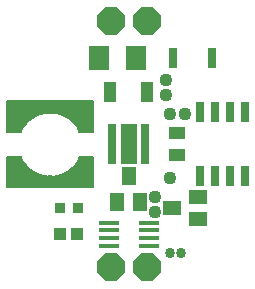
<source format=gts>
G75*
%MOIN*%
%OFA0B0*%
%FSLAX25Y25*%
%IPPOS*%
%LPD*%
%AMOC8*
5,1,8,0,0,1.08239X$1,22.5*
%
%ADD10R,0.05718X0.04143*%
%ADD11R,0.02765X0.06506*%
%ADD12R,0.04537X0.06112*%
%ADD13R,0.02569X0.13592*%
%ADD14R,0.05718X0.13592*%
%ADD15OC8,0.09200*%
%ADD16R,0.05600X0.05600*%
%ADD17C,0.00500*%
%ADD18C,0.00160*%
%ADD19R,0.06899X0.08080*%
%ADD20R,0.04143X0.06899*%
%ADD21R,0.06899X0.01781*%
%ADD22R,0.04340X0.04340*%
%ADD23R,0.03750X0.03750*%
%ADD24R,0.06112X0.04537*%
%ADD25C,0.04362*%
%ADD26C,0.03378*%
D10*
X0072332Y0044110D03*
X0072332Y0051590D03*
D11*
X0079832Y0058480D03*
X0084832Y0058480D03*
X0089832Y0058480D03*
X0094832Y0058480D03*
X0083730Y0076600D03*
X0070935Y0076600D03*
X0079832Y0037220D03*
X0084832Y0037220D03*
X0089832Y0037220D03*
X0094832Y0037220D03*
D12*
X0059823Y0028519D03*
X0052342Y0028519D03*
X0056082Y0037181D03*
D13*
X0050571Y0047850D03*
X0061594Y0047850D03*
D14*
X0056082Y0047850D03*
D15*
X0050082Y0088850D03*
X0062082Y0088850D03*
X0062082Y0006850D03*
X0050082Y0006850D03*
D16*
X0018021Y0036039D03*
X0018021Y0059661D03*
D17*
X0015462Y0059680D02*
X0044202Y0059680D01*
X0044202Y0059182D02*
X0015462Y0059182D01*
X0015462Y0058683D02*
X0027759Y0058683D01*
X0027204Y0058680D02*
X0028526Y0058688D01*
X0029832Y0058480D01*
X0031131Y0058641D01*
X0032439Y0058597D01*
X0033724Y0058349D01*
X0034954Y0057903D01*
X0036099Y0057270D01*
X0037131Y0056466D01*
X0038025Y0055510D01*
X0038758Y0054426D01*
X0039313Y0053241D01*
X0039675Y0051984D01*
X0044202Y0051984D01*
X0044202Y0062220D01*
X0015462Y0062220D01*
X0015462Y0051984D01*
X0019990Y0051984D01*
X0020312Y0053267D01*
X0020840Y0054479D01*
X0021559Y0055589D01*
X0022452Y0056566D01*
X0023492Y0057383D01*
X0024652Y0058018D01*
X0025900Y0058454D01*
X0027204Y0058680D01*
X0028558Y0058683D02*
X0044202Y0058683D01*
X0044202Y0058185D02*
X0034177Y0058185D01*
X0035346Y0057686D02*
X0044202Y0057686D01*
X0044202Y0057188D02*
X0036205Y0057188D01*
X0036845Y0056689D02*
X0044202Y0056689D01*
X0044202Y0056191D02*
X0037389Y0056191D01*
X0037855Y0055692D02*
X0044202Y0055692D01*
X0044202Y0055194D02*
X0038239Y0055194D01*
X0038576Y0054695D02*
X0044202Y0054695D01*
X0044202Y0054197D02*
X0038866Y0054197D01*
X0039099Y0053698D02*
X0044202Y0053698D01*
X0044202Y0053200D02*
X0039325Y0053200D01*
X0039468Y0052701D02*
X0044202Y0052701D01*
X0044202Y0052203D02*
X0039612Y0052203D01*
X0044202Y0060179D02*
X0015462Y0060179D01*
X0015462Y0060677D02*
X0044202Y0060677D01*
X0044202Y0061176D02*
X0015462Y0061176D01*
X0015462Y0061674D02*
X0044202Y0061674D01*
X0044202Y0062173D02*
X0015462Y0062173D01*
X0015462Y0058185D02*
X0025130Y0058185D01*
X0024046Y0057686D02*
X0015462Y0057686D01*
X0015462Y0057188D02*
X0023244Y0057188D01*
X0022609Y0056689D02*
X0015462Y0056689D01*
X0015462Y0056191D02*
X0022109Y0056191D01*
X0021654Y0055692D02*
X0015462Y0055692D01*
X0015462Y0055194D02*
X0021303Y0055194D01*
X0020980Y0054695D02*
X0015462Y0054695D01*
X0015462Y0054197D02*
X0020717Y0054197D01*
X0020500Y0053698D02*
X0015462Y0053698D01*
X0015462Y0053200D02*
X0020295Y0053200D01*
X0020170Y0052701D02*
X0015462Y0052701D01*
X0015462Y0052203D02*
X0020045Y0052203D01*
X0019990Y0043716D02*
X0015462Y0043716D01*
X0015462Y0033480D01*
X0044202Y0033480D01*
X0044202Y0043716D01*
X0039675Y0043716D01*
X0039353Y0042433D01*
X0038825Y0041221D01*
X0038105Y0040111D01*
X0037213Y0039134D01*
X0036173Y0038317D01*
X0035013Y0037682D01*
X0033764Y0037246D01*
X0032461Y0037020D01*
X0031139Y0037012D01*
X0029832Y0037220D01*
X0028534Y0037059D01*
X0027226Y0037103D01*
X0025941Y0037351D01*
X0024711Y0037797D01*
X0023566Y0038430D01*
X0022534Y0039234D01*
X0021640Y0040190D01*
X0020907Y0041274D01*
X0020352Y0042459D01*
X0019990Y0043716D01*
X0020130Y0043229D02*
X0015462Y0043229D01*
X0015462Y0042731D02*
X0020274Y0042731D01*
X0020458Y0042232D02*
X0015462Y0042232D01*
X0015462Y0041734D02*
X0020691Y0041734D01*
X0020933Y0041235D02*
X0015462Y0041235D01*
X0015462Y0040737D02*
X0021270Y0040737D01*
X0021607Y0040238D02*
X0015462Y0040238D01*
X0015462Y0039740D02*
X0022061Y0039740D01*
X0022527Y0039241D02*
X0015462Y0039241D01*
X0015462Y0038743D02*
X0023164Y0038743D01*
X0023901Y0038244D02*
X0015462Y0038244D01*
X0015462Y0037746D02*
X0024852Y0037746D01*
X0026478Y0037247D02*
X0015462Y0037247D01*
X0015462Y0036749D02*
X0044202Y0036749D01*
X0044202Y0037247D02*
X0033768Y0037247D01*
X0035129Y0037746D02*
X0044202Y0037746D01*
X0044202Y0038244D02*
X0036039Y0038244D01*
X0036715Y0038743D02*
X0044202Y0038743D01*
X0044202Y0039241D02*
X0037311Y0039241D01*
X0037766Y0039740D02*
X0044202Y0039740D01*
X0044202Y0040238D02*
X0038188Y0040238D01*
X0038511Y0040737D02*
X0044202Y0040737D01*
X0044202Y0041235D02*
X0038831Y0041235D01*
X0039049Y0041734D02*
X0044202Y0041734D01*
X0044202Y0042232D02*
X0039266Y0042232D01*
X0039428Y0042731D02*
X0044202Y0042731D01*
X0044202Y0043229D02*
X0039553Y0043229D01*
X0044202Y0036250D02*
X0015462Y0036250D01*
X0015462Y0035752D02*
X0044202Y0035752D01*
X0044202Y0035253D02*
X0015462Y0035253D01*
X0015462Y0034755D02*
X0044202Y0034755D01*
X0044202Y0034256D02*
X0015462Y0034256D01*
X0015462Y0033758D02*
X0044202Y0033758D01*
D18*
X0040936Y0052493D02*
X0039609Y0051935D01*
X0039504Y0052173D01*
X0039392Y0052408D01*
X0039276Y0052640D01*
X0039153Y0052869D01*
X0039025Y0053095D01*
X0038891Y0053318D01*
X0038752Y0053538D01*
X0038608Y0053754D01*
X0038458Y0053967D01*
X0038304Y0054176D01*
X0038144Y0054381D01*
X0037979Y0054582D01*
X0037810Y0054779D01*
X0037636Y0054972D01*
X0037457Y0055160D01*
X0037273Y0055344D01*
X0037085Y0055524D01*
X0036893Y0055699D01*
X0036696Y0055869D01*
X0036496Y0056034D01*
X0036291Y0056195D01*
X0036083Y0056350D01*
X0035871Y0056500D01*
X0035655Y0056646D01*
X0035436Y0056785D01*
X0035214Y0056920D01*
X0034988Y0057048D01*
X0034759Y0057172D01*
X0034527Y0057290D01*
X0034293Y0057402D01*
X0034056Y0057508D01*
X0033816Y0057608D01*
X0033574Y0057703D01*
X0033329Y0057792D01*
X0033083Y0057874D01*
X0032835Y0057951D01*
X0032584Y0058021D01*
X0032333Y0058086D01*
X0032079Y0058144D01*
X0031825Y0058196D01*
X0031569Y0058242D01*
X0031312Y0058282D01*
X0031054Y0058315D01*
X0030795Y0058342D01*
X0030536Y0058363D01*
X0030277Y0058377D01*
X0030017Y0058385D01*
X0029757Y0058387D01*
X0029497Y0058382D01*
X0029238Y0058371D01*
X0028978Y0058354D01*
X0028719Y0058330D01*
X0028461Y0058300D01*
X0028204Y0058264D01*
X0027947Y0058222D01*
X0027692Y0058173D01*
X0027438Y0058118D01*
X0027185Y0058057D01*
X0026934Y0057990D01*
X0026685Y0057916D01*
X0026437Y0057837D01*
X0026192Y0057751D01*
X0025949Y0057660D01*
X0025707Y0057563D01*
X0025469Y0057460D01*
X0025233Y0057351D01*
X0025000Y0057236D01*
X0024769Y0057116D01*
X0024542Y0056990D01*
X0024318Y0056858D01*
X0024097Y0056722D01*
X0023879Y0056579D01*
X0023665Y0056432D01*
X0023455Y0056279D01*
X0023248Y0056122D01*
X0023045Y0055959D01*
X0022847Y0055791D01*
X0022652Y0055619D01*
X0022462Y0055442D01*
X0022276Y0055260D01*
X0022094Y0055074D01*
X0021918Y0054883D01*
X0021745Y0054689D01*
X0021578Y0054490D01*
X0021416Y0054287D01*
X0021258Y0054080D01*
X0021106Y0053869D01*
X0020959Y0053655D01*
X0020817Y0053437D01*
X0020681Y0053216D01*
X0020549Y0052992D01*
X0020424Y0052764D01*
X0020304Y0052533D01*
X0020190Y0052300D01*
X0020081Y0052064D01*
X0019978Y0051825D01*
X0018645Y0052368D01*
X0018761Y0052640D01*
X0018884Y0052908D01*
X0019014Y0053173D01*
X0019150Y0053435D01*
X0019292Y0053694D01*
X0019441Y0053949D01*
X0019596Y0054201D01*
X0019757Y0054448D01*
X0019924Y0054692D01*
X0020097Y0054931D01*
X0020275Y0055166D01*
X0020460Y0055397D01*
X0020650Y0055623D01*
X0020845Y0055844D01*
X0021046Y0056061D01*
X0021252Y0056272D01*
X0021463Y0056479D01*
X0021679Y0056680D01*
X0021900Y0056876D01*
X0022125Y0057067D01*
X0022355Y0057252D01*
X0022590Y0057431D01*
X0022829Y0057604D01*
X0023072Y0057772D01*
X0023319Y0057934D01*
X0023570Y0058089D01*
X0023825Y0058239D01*
X0024083Y0058382D01*
X0024345Y0058519D01*
X0024610Y0058649D01*
X0024878Y0058773D01*
X0025149Y0058890D01*
X0025423Y0059001D01*
X0025699Y0059105D01*
X0025978Y0059202D01*
X0026259Y0059292D01*
X0026542Y0059375D01*
X0026827Y0059452D01*
X0027114Y0059521D01*
X0027403Y0059584D01*
X0027693Y0059639D01*
X0027984Y0059687D01*
X0028277Y0059729D01*
X0028570Y0059763D01*
X0028864Y0059789D01*
X0029159Y0059809D01*
X0029454Y0059822D01*
X0029749Y0059827D01*
X0030044Y0059825D01*
X0030339Y0059816D01*
X0030634Y0059799D01*
X0030929Y0059776D01*
X0031222Y0059745D01*
X0031515Y0059707D01*
X0031807Y0059662D01*
X0032098Y0059610D01*
X0032387Y0059551D01*
X0032675Y0059485D01*
X0032961Y0059411D01*
X0033245Y0059331D01*
X0033527Y0059244D01*
X0033807Y0059150D01*
X0034084Y0059049D01*
X0034359Y0058942D01*
X0034632Y0058828D01*
X0034901Y0058707D01*
X0035168Y0058579D01*
X0035431Y0058446D01*
X0035691Y0058305D01*
X0035947Y0058159D01*
X0036200Y0058006D01*
X0036449Y0057847D01*
X0036694Y0057682D01*
X0036934Y0057512D01*
X0037171Y0057335D01*
X0037403Y0057153D01*
X0037631Y0056965D01*
X0037854Y0056771D01*
X0038072Y0056572D01*
X0038286Y0056368D01*
X0038494Y0056159D01*
X0038697Y0055945D01*
X0038895Y0055725D01*
X0039087Y0055501D01*
X0039274Y0055273D01*
X0039456Y0055040D01*
X0039631Y0054802D01*
X0039801Y0054561D01*
X0039965Y0054315D01*
X0040122Y0054065D01*
X0040274Y0053812D01*
X0040419Y0053555D01*
X0040558Y0053294D01*
X0040691Y0053031D01*
X0040817Y0052764D01*
X0040937Y0052494D01*
X0040797Y0052435D01*
X0040679Y0052702D01*
X0040555Y0052965D01*
X0040424Y0053226D01*
X0040286Y0053483D01*
X0040143Y0053737D01*
X0039993Y0053987D01*
X0039838Y0054234D01*
X0039676Y0054476D01*
X0039508Y0054715D01*
X0039335Y0054949D01*
X0039156Y0055179D01*
X0038971Y0055405D01*
X0038781Y0055626D01*
X0038586Y0055843D01*
X0038385Y0056054D01*
X0038180Y0056261D01*
X0037969Y0056462D01*
X0037753Y0056659D01*
X0037533Y0056850D01*
X0037308Y0057035D01*
X0037079Y0057215D01*
X0036845Y0057390D01*
X0036607Y0057558D01*
X0036365Y0057721D01*
X0036120Y0057878D01*
X0035870Y0058029D01*
X0035617Y0058174D01*
X0035360Y0058312D01*
X0035100Y0058444D01*
X0034837Y0058570D01*
X0034571Y0058689D01*
X0034302Y0058802D01*
X0034031Y0058908D01*
X0033757Y0059008D01*
X0033480Y0059100D01*
X0033202Y0059186D01*
X0032921Y0059266D01*
X0032639Y0059338D01*
X0032355Y0059403D01*
X0032069Y0059462D01*
X0031782Y0059513D01*
X0031494Y0059558D01*
X0031205Y0059595D01*
X0030915Y0059625D01*
X0030624Y0059649D01*
X0030333Y0059665D01*
X0030041Y0059674D01*
X0029750Y0059676D01*
X0029458Y0059671D01*
X0029167Y0059658D01*
X0028876Y0059639D01*
X0028586Y0059612D01*
X0028296Y0059579D01*
X0028007Y0059538D01*
X0027720Y0059490D01*
X0027433Y0059436D01*
X0027148Y0059374D01*
X0026865Y0059306D01*
X0026583Y0059230D01*
X0026304Y0059148D01*
X0026026Y0059059D01*
X0025751Y0058963D01*
X0025478Y0058860D01*
X0025207Y0058751D01*
X0024940Y0058635D01*
X0024675Y0058513D01*
X0024414Y0058384D01*
X0024155Y0058249D01*
X0023900Y0058108D01*
X0023649Y0057960D01*
X0023401Y0057807D01*
X0023157Y0057647D01*
X0022917Y0057482D01*
X0022681Y0057310D01*
X0022449Y0057133D01*
X0022222Y0056951D01*
X0021999Y0056762D01*
X0021781Y0056569D01*
X0021568Y0056370D01*
X0021359Y0056166D01*
X0021156Y0055957D01*
X0020958Y0055744D01*
X0020765Y0055525D01*
X0020577Y0055302D01*
X0020395Y0055074D01*
X0020219Y0054842D01*
X0020048Y0054605D01*
X0019883Y0054365D01*
X0019724Y0054121D01*
X0019571Y0053872D01*
X0019424Y0053620D01*
X0019284Y0053365D01*
X0019149Y0053106D01*
X0019021Y0052844D01*
X0018900Y0052579D01*
X0018784Y0052311D01*
X0018924Y0052254D01*
X0019038Y0052519D01*
X0019158Y0052781D01*
X0019284Y0053039D01*
X0019417Y0053295D01*
X0019556Y0053547D01*
X0019701Y0053795D01*
X0019852Y0054040D01*
X0020009Y0054282D01*
X0020172Y0054519D01*
X0020340Y0054753D01*
X0020515Y0054982D01*
X0020694Y0055207D01*
X0020880Y0055427D01*
X0021070Y0055643D01*
X0021266Y0055854D01*
X0021467Y0056060D01*
X0021672Y0056261D01*
X0021883Y0056458D01*
X0022098Y0056649D01*
X0022318Y0056834D01*
X0022543Y0057015D01*
X0022771Y0057189D01*
X0023004Y0057359D01*
X0023241Y0057522D01*
X0023482Y0057680D01*
X0023727Y0057831D01*
X0023975Y0057977D01*
X0024227Y0058116D01*
X0024482Y0058250D01*
X0024740Y0058377D01*
X0025002Y0058497D01*
X0025266Y0058612D01*
X0025533Y0058719D01*
X0025802Y0058821D01*
X0026074Y0058915D01*
X0026348Y0059003D01*
X0026624Y0059085D01*
X0026903Y0059159D01*
X0027182Y0059227D01*
X0027464Y0059288D01*
X0027746Y0059342D01*
X0028030Y0059389D01*
X0028315Y0059429D01*
X0028601Y0059462D01*
X0028888Y0059488D01*
X0029175Y0059508D01*
X0029463Y0059520D01*
X0029751Y0059525D01*
X0030039Y0059523D01*
X0030326Y0059514D01*
X0030614Y0059498D01*
X0030901Y0059475D01*
X0031187Y0059445D01*
X0031472Y0059408D01*
X0031757Y0059364D01*
X0032040Y0059314D01*
X0032322Y0059256D01*
X0032603Y0059191D01*
X0032882Y0059120D01*
X0033159Y0059042D01*
X0033434Y0058957D01*
X0033707Y0058865D01*
X0033977Y0058767D01*
X0034245Y0058662D01*
X0034511Y0058551D01*
X0034774Y0058433D01*
X0035033Y0058309D01*
X0035290Y0058178D01*
X0035543Y0058042D01*
X0035793Y0057899D01*
X0036040Y0057750D01*
X0036282Y0057595D01*
X0036521Y0057435D01*
X0036756Y0057268D01*
X0036987Y0057096D01*
X0037213Y0056918D01*
X0037435Y0056735D01*
X0037653Y0056546D01*
X0037865Y0056352D01*
X0038073Y0056153D01*
X0038276Y0055949D01*
X0038475Y0055741D01*
X0038667Y0055527D01*
X0038855Y0055309D01*
X0039037Y0055086D01*
X0039214Y0054859D01*
X0039385Y0054627D01*
X0039551Y0054392D01*
X0039710Y0054152D01*
X0039864Y0053909D01*
X0040012Y0053662D01*
X0040154Y0053411D01*
X0040289Y0053157D01*
X0040419Y0052900D01*
X0040542Y0052640D01*
X0040658Y0052377D01*
X0040519Y0052318D01*
X0040404Y0052578D01*
X0040282Y0052835D01*
X0040155Y0053089D01*
X0040021Y0053339D01*
X0039881Y0053587D01*
X0039735Y0053830D01*
X0039583Y0054071D01*
X0039426Y0054307D01*
X0039262Y0054540D01*
X0039093Y0054768D01*
X0038919Y0054992D01*
X0038739Y0055212D01*
X0038554Y0055428D01*
X0038363Y0055639D01*
X0038168Y0055845D01*
X0037967Y0056046D01*
X0037762Y0056242D01*
X0037552Y0056434D01*
X0037337Y0056620D01*
X0037118Y0056801D01*
X0036894Y0056976D01*
X0036667Y0057146D01*
X0036435Y0057311D01*
X0036199Y0057469D01*
X0035959Y0057622D01*
X0035716Y0057769D01*
X0035470Y0057910D01*
X0035219Y0058045D01*
X0034966Y0058174D01*
X0034710Y0058296D01*
X0034450Y0058412D01*
X0034188Y0058522D01*
X0033924Y0058626D01*
X0033657Y0058723D01*
X0033387Y0058813D01*
X0033116Y0058897D01*
X0032842Y0058974D01*
X0032567Y0059045D01*
X0032290Y0059108D01*
X0032012Y0059165D01*
X0031732Y0059215D01*
X0031451Y0059259D01*
X0031169Y0059295D01*
X0030887Y0059325D01*
X0030603Y0059347D01*
X0030320Y0059363D01*
X0030036Y0059372D01*
X0029752Y0059374D01*
X0029467Y0059369D01*
X0029184Y0059357D01*
X0028900Y0059338D01*
X0028617Y0059312D01*
X0028335Y0059279D01*
X0028053Y0059240D01*
X0027773Y0059193D01*
X0027494Y0059140D01*
X0027216Y0059080D01*
X0026940Y0059013D01*
X0026666Y0058939D01*
X0026393Y0058859D01*
X0026122Y0058772D01*
X0025854Y0058679D01*
X0025588Y0058579D01*
X0025325Y0058472D01*
X0025064Y0058360D01*
X0024806Y0058241D01*
X0024551Y0058115D01*
X0024299Y0057984D01*
X0024050Y0057846D01*
X0023805Y0057702D01*
X0023564Y0057552D01*
X0023326Y0057397D01*
X0023092Y0057236D01*
X0022862Y0057069D01*
X0022636Y0056896D01*
X0022415Y0056718D01*
X0022198Y0056535D01*
X0021985Y0056346D01*
X0021777Y0056153D01*
X0021574Y0055954D01*
X0021376Y0055750D01*
X0021182Y0055542D01*
X0020994Y0055329D01*
X0020812Y0055111D01*
X0020634Y0054890D01*
X0020462Y0054663D01*
X0020296Y0054433D01*
X0020135Y0054199D01*
X0019980Y0053960D01*
X0019831Y0053719D01*
X0019688Y0053473D01*
X0019551Y0053224D01*
X0019420Y0052972D01*
X0019295Y0052717D01*
X0019176Y0052459D01*
X0019064Y0052197D01*
X0019204Y0052140D01*
X0019315Y0052398D01*
X0019432Y0052653D01*
X0019555Y0052905D01*
X0019684Y0053154D01*
X0019820Y0053399D01*
X0019961Y0053642D01*
X0020108Y0053880D01*
X0020261Y0054115D01*
X0020420Y0054347D01*
X0020584Y0054574D01*
X0020754Y0054797D01*
X0020929Y0055016D01*
X0021109Y0055231D01*
X0021295Y0055441D01*
X0021486Y0055647D01*
X0021681Y0055848D01*
X0021882Y0056044D01*
X0022087Y0056235D01*
X0022297Y0056421D01*
X0022511Y0056602D01*
X0022730Y0056778D01*
X0022953Y0056948D01*
X0023180Y0057113D01*
X0023411Y0057272D01*
X0023645Y0057425D01*
X0023884Y0057573D01*
X0024126Y0057715D01*
X0024371Y0057851D01*
X0024620Y0057981D01*
X0024871Y0058104D01*
X0025126Y0058222D01*
X0025383Y0058333D01*
X0025643Y0058438D01*
X0025906Y0058537D01*
X0026171Y0058629D01*
X0026438Y0058715D01*
X0026707Y0058794D01*
X0026978Y0058867D01*
X0027250Y0058933D01*
X0027524Y0058992D01*
X0027800Y0059045D01*
X0028076Y0059090D01*
X0028354Y0059130D01*
X0028633Y0059162D01*
X0028912Y0059187D01*
X0029192Y0059206D01*
X0029472Y0059218D01*
X0029752Y0059223D01*
X0030033Y0059221D01*
X0030313Y0059212D01*
X0030593Y0059197D01*
X0030873Y0059174D01*
X0031152Y0059145D01*
X0031430Y0059109D01*
X0031707Y0059067D01*
X0031983Y0059017D01*
X0032258Y0058961D01*
X0032531Y0058898D01*
X0032803Y0058828D01*
X0033073Y0058752D01*
X0033341Y0058669D01*
X0033607Y0058580D01*
X0033870Y0058485D01*
X0034131Y0058382D01*
X0034390Y0058274D01*
X0034646Y0058159D01*
X0034899Y0058038D01*
X0035149Y0057911D01*
X0035396Y0057778D01*
X0035639Y0057639D01*
X0035879Y0057494D01*
X0036116Y0057343D01*
X0036349Y0057187D01*
X0036577Y0057024D01*
X0036802Y0056857D01*
X0037023Y0056684D01*
X0037239Y0056505D01*
X0037451Y0056321D01*
X0037658Y0056133D01*
X0037861Y0055939D01*
X0038059Y0055740D01*
X0038252Y0055537D01*
X0038440Y0055328D01*
X0038623Y0055116D01*
X0038800Y0054899D01*
X0038973Y0054677D01*
X0039139Y0054452D01*
X0039301Y0054222D01*
X0039456Y0053989D01*
X0039606Y0053752D01*
X0039750Y0053511D01*
X0039888Y0053267D01*
X0040020Y0053020D01*
X0040146Y0052769D01*
X0040266Y0052516D01*
X0040380Y0052259D01*
X0040241Y0052201D01*
X0040128Y0052454D01*
X0040010Y0052704D01*
X0039886Y0052951D01*
X0039755Y0053195D01*
X0039619Y0053436D01*
X0039477Y0053674D01*
X0039329Y0053908D01*
X0039175Y0054138D01*
X0039016Y0054364D01*
X0038852Y0054587D01*
X0038682Y0054805D01*
X0038506Y0055019D01*
X0038326Y0055229D01*
X0038141Y0055435D01*
X0037950Y0055635D01*
X0037755Y0055831D01*
X0037555Y0056023D01*
X0037350Y0056209D01*
X0037141Y0056390D01*
X0036928Y0056566D01*
X0036710Y0056737D01*
X0036488Y0056903D01*
X0036262Y0057063D01*
X0036033Y0057217D01*
X0035799Y0057366D01*
X0035562Y0057509D01*
X0035322Y0057646D01*
X0035079Y0057778D01*
X0034832Y0057903D01*
X0034582Y0058022D01*
X0034330Y0058136D01*
X0034074Y0058243D01*
X0033817Y0058343D01*
X0033557Y0058438D01*
X0033294Y0058526D01*
X0033030Y0058607D01*
X0032763Y0058683D01*
X0032495Y0058751D01*
X0032226Y0058813D01*
X0031954Y0058869D01*
X0031682Y0058918D01*
X0031409Y0058960D01*
X0031134Y0058995D01*
X0030859Y0059024D01*
X0030583Y0059046D01*
X0030307Y0059061D01*
X0030030Y0059070D01*
X0029753Y0059072D01*
X0029477Y0059067D01*
X0029200Y0059055D01*
X0028924Y0059037D01*
X0028648Y0059012D01*
X0028373Y0058980D01*
X0028099Y0058941D01*
X0027826Y0058896D01*
X0027555Y0058844D01*
X0027284Y0058786D01*
X0027015Y0058720D01*
X0026748Y0058649D01*
X0026482Y0058571D01*
X0026219Y0058486D01*
X0025957Y0058395D01*
X0025698Y0058298D01*
X0025442Y0058194D01*
X0025188Y0058084D01*
X0024937Y0057968D01*
X0024688Y0057846D01*
X0024443Y0057718D01*
X0024201Y0057584D01*
X0023962Y0057444D01*
X0023727Y0057298D01*
X0023495Y0057147D01*
X0023267Y0056990D01*
X0023043Y0056827D01*
X0022823Y0056659D01*
X0022608Y0056486D01*
X0022396Y0056307D01*
X0022189Y0056124D01*
X0021987Y0055935D01*
X0021789Y0055742D01*
X0021596Y0055543D01*
X0021407Y0055341D01*
X0021224Y0055133D01*
X0021046Y0054921D01*
X0020873Y0054705D01*
X0020706Y0054485D01*
X0020544Y0054260D01*
X0020387Y0054032D01*
X0020236Y0053800D01*
X0020091Y0053565D01*
X0019951Y0053326D01*
X0019818Y0053083D01*
X0019690Y0052838D01*
X0019569Y0052589D01*
X0019453Y0052338D01*
X0019344Y0052084D01*
X0019484Y0052027D01*
X0019592Y0052277D01*
X0019706Y0052525D01*
X0019826Y0052771D01*
X0019951Y0053013D01*
X0020083Y0053252D01*
X0020221Y0053488D01*
X0020364Y0053720D01*
X0020513Y0053949D01*
X0020668Y0054174D01*
X0020828Y0054396D01*
X0020993Y0054613D01*
X0021163Y0054826D01*
X0021339Y0055035D01*
X0021520Y0055240D01*
X0021706Y0055440D01*
X0021896Y0055636D01*
X0022091Y0055826D01*
X0022291Y0056012D01*
X0022495Y0056194D01*
X0022704Y0056370D01*
X0022917Y0056541D01*
X0023134Y0056706D01*
X0023355Y0056867D01*
X0023580Y0057022D01*
X0023808Y0057171D01*
X0024040Y0057315D01*
X0024276Y0057453D01*
X0024515Y0057585D01*
X0024757Y0057712D01*
X0025002Y0057832D01*
X0025250Y0057947D01*
X0025500Y0058055D01*
X0025754Y0058157D01*
X0026009Y0058253D01*
X0026267Y0058343D01*
X0026527Y0058426D01*
X0026789Y0058504D01*
X0027053Y0058574D01*
X0027318Y0058638D01*
X0027585Y0058696D01*
X0027853Y0058747D01*
X0028122Y0058792D01*
X0028393Y0058830D01*
X0028664Y0058861D01*
X0028936Y0058886D01*
X0029208Y0058904D01*
X0029481Y0058916D01*
X0029754Y0058921D01*
X0030027Y0058919D01*
X0030300Y0058911D01*
X0030573Y0058895D01*
X0030845Y0058874D01*
X0031116Y0058845D01*
X0031387Y0058810D01*
X0031657Y0058769D01*
X0031926Y0058721D01*
X0032193Y0058666D01*
X0032459Y0058605D01*
X0032724Y0058537D01*
X0032987Y0058463D01*
X0033248Y0058382D01*
X0033506Y0058295D01*
X0033763Y0058202D01*
X0034017Y0058103D01*
X0034269Y0057997D01*
X0034518Y0057886D01*
X0034765Y0057768D01*
X0035008Y0057644D01*
X0035248Y0057515D01*
X0035486Y0057379D01*
X0035719Y0057238D01*
X0035949Y0057091D01*
X0036176Y0056939D01*
X0036399Y0056781D01*
X0036618Y0056618D01*
X0036832Y0056449D01*
X0037043Y0056275D01*
X0037249Y0056097D01*
X0037451Y0055913D01*
X0037649Y0055724D01*
X0037841Y0055531D01*
X0038029Y0055332D01*
X0038212Y0055130D01*
X0038390Y0054923D01*
X0038563Y0054712D01*
X0038731Y0054496D01*
X0038893Y0054277D01*
X0039050Y0054053D01*
X0039202Y0053826D01*
X0039348Y0053595D01*
X0039488Y0053361D01*
X0039623Y0053123D01*
X0039751Y0052883D01*
X0039874Y0052639D01*
X0039991Y0052392D01*
X0040101Y0052142D01*
X0039962Y0052084D01*
X0039853Y0052330D01*
X0039738Y0052573D01*
X0039617Y0052814D01*
X0039490Y0053052D01*
X0039357Y0053286D01*
X0039219Y0053517D01*
X0039075Y0053745D01*
X0038925Y0053969D01*
X0038770Y0054189D01*
X0038610Y0054406D01*
X0038445Y0054618D01*
X0038274Y0054826D01*
X0038098Y0055031D01*
X0037918Y0055230D01*
X0037733Y0055426D01*
X0037542Y0055617D01*
X0037348Y0055803D01*
X0037149Y0055984D01*
X0036945Y0056160D01*
X0036737Y0056332D01*
X0036525Y0056498D01*
X0036309Y0056659D01*
X0036090Y0056815D01*
X0035866Y0056965D01*
X0035639Y0057110D01*
X0035409Y0057249D01*
X0035175Y0057383D01*
X0034938Y0057511D01*
X0034698Y0057633D01*
X0034455Y0057749D01*
X0034209Y0057859D01*
X0033960Y0057963D01*
X0033710Y0058061D01*
X0033456Y0058153D01*
X0033201Y0058239D01*
X0032944Y0058318D01*
X0032684Y0058391D01*
X0032424Y0058458D01*
X0032161Y0058518D01*
X0031897Y0058572D01*
X0031632Y0058620D01*
X0031366Y0058661D01*
X0031099Y0058695D01*
X0030831Y0058723D01*
X0030562Y0058745D01*
X0030294Y0058760D01*
X0030024Y0058768D01*
X0029755Y0058770D01*
X0029486Y0058765D01*
X0029217Y0058754D01*
X0028948Y0058736D01*
X0028680Y0058711D01*
X0028412Y0058680D01*
X0028145Y0058643D01*
X0027880Y0058599D01*
X0027615Y0058548D01*
X0027352Y0058491D01*
X0027090Y0058428D01*
X0026830Y0058358D01*
X0026572Y0058282D01*
X0026315Y0058200D01*
X0026061Y0058111D01*
X0025809Y0058017D01*
X0025559Y0057916D01*
X0025312Y0057809D01*
X0025067Y0057696D01*
X0024825Y0057577D01*
X0024587Y0057452D01*
X0024351Y0057322D01*
X0024119Y0057186D01*
X0023890Y0057044D01*
X0023664Y0056897D01*
X0023443Y0056744D01*
X0023225Y0056586D01*
X0023011Y0056422D01*
X0022801Y0056254D01*
X0022595Y0056080D01*
X0022393Y0055901D01*
X0022196Y0055718D01*
X0022003Y0055529D01*
X0021816Y0055336D01*
X0021632Y0055139D01*
X0021454Y0054937D01*
X0021281Y0054731D01*
X0021112Y0054521D01*
X0020949Y0054306D01*
X0020792Y0054088D01*
X0020639Y0053866D01*
X0020492Y0053640D01*
X0020351Y0053411D01*
X0020215Y0053178D01*
X0020085Y0052943D01*
X0019961Y0052704D01*
X0019842Y0052462D01*
X0019730Y0052217D01*
X0019623Y0051970D01*
X0019763Y0051913D01*
X0019868Y0052157D01*
X0019979Y0052398D01*
X0020096Y0052636D01*
X0020219Y0052872D01*
X0020347Y0053105D01*
X0020481Y0053334D01*
X0020620Y0053560D01*
X0020765Y0053783D01*
X0020916Y0054002D01*
X0021071Y0054217D01*
X0021232Y0054428D01*
X0021398Y0054636D01*
X0021569Y0054839D01*
X0021745Y0055038D01*
X0021925Y0055233D01*
X0022111Y0055423D01*
X0022301Y0055609D01*
X0022495Y0055790D01*
X0022694Y0055966D01*
X0022897Y0056137D01*
X0023104Y0056304D01*
X0023315Y0056465D01*
X0023530Y0056621D01*
X0023749Y0056772D01*
X0023971Y0056917D01*
X0024197Y0057057D01*
X0024426Y0057191D01*
X0024659Y0057320D01*
X0024894Y0057443D01*
X0025133Y0057560D01*
X0025374Y0057671D01*
X0025617Y0057777D01*
X0025864Y0057876D01*
X0026112Y0057969D01*
X0026363Y0058057D01*
X0026616Y0058138D01*
X0026871Y0058213D01*
X0027128Y0058282D01*
X0027386Y0058344D01*
X0027645Y0058400D01*
X0027906Y0058450D01*
X0028168Y0058493D01*
X0028431Y0058530D01*
X0028695Y0058561D01*
X0028960Y0058585D01*
X0029225Y0058603D01*
X0029490Y0058614D01*
X0029756Y0058619D01*
X0030021Y0058617D01*
X0030287Y0058609D01*
X0030552Y0058594D01*
X0030817Y0058573D01*
X0031081Y0058545D01*
X0031345Y0058511D01*
X0031607Y0058471D01*
X0031869Y0058424D01*
X0032129Y0058371D01*
X0032388Y0058311D01*
X0032645Y0058245D01*
X0032901Y0058173D01*
X0033154Y0058095D01*
X0033406Y0058010D01*
X0033656Y0057920D01*
X0033903Y0057823D01*
X0034148Y0057720D01*
X0034391Y0057612D01*
X0034630Y0057497D01*
X0034867Y0057377D01*
X0035101Y0057251D01*
X0035332Y0057119D01*
X0035559Y0056982D01*
X0035783Y0056839D01*
X0036003Y0056691D01*
X0036220Y0056537D01*
X0036433Y0056379D01*
X0036642Y0056215D01*
X0036847Y0056046D01*
X0037048Y0055872D01*
X0037244Y0055693D01*
X0037436Y0055509D01*
X0037624Y0055321D01*
X0037807Y0055128D01*
X0037985Y0054931D01*
X0038158Y0054730D01*
X0038326Y0054524D01*
X0038489Y0054315D01*
X0038647Y0054101D01*
X0038800Y0053884D01*
X0038948Y0053663D01*
X0039090Y0053439D01*
X0039226Y0053211D01*
X0039357Y0052980D01*
X0039482Y0052745D01*
X0039602Y0052508D01*
X0039715Y0052268D01*
X0039823Y0052025D01*
X0039684Y0051967D01*
X0039578Y0052206D01*
X0039466Y0052443D01*
X0039348Y0052677D01*
X0039224Y0052908D01*
X0039095Y0053136D01*
X0038961Y0053360D01*
X0038820Y0053582D01*
X0038675Y0053800D01*
X0038524Y0054014D01*
X0038369Y0054224D01*
X0038208Y0054431D01*
X0038042Y0054634D01*
X0037871Y0054832D01*
X0037695Y0055026D01*
X0037515Y0055216D01*
X0037330Y0055402D01*
X0037141Y0055583D01*
X0036947Y0055759D01*
X0036749Y0055931D01*
X0036547Y0056097D01*
X0036341Y0056259D01*
X0036131Y0056416D01*
X0035917Y0056567D01*
X0035700Y0056713D01*
X0035479Y0056854D01*
X0035255Y0056989D01*
X0035027Y0057119D01*
X0034797Y0057243D01*
X0034563Y0057362D01*
X0034327Y0057475D01*
X0034088Y0057582D01*
X0033846Y0057683D01*
X0033602Y0057779D01*
X0033356Y0057868D01*
X0033108Y0057951D01*
X0032858Y0058029D01*
X0032606Y0058100D01*
X0032352Y0058165D01*
X0032097Y0058223D01*
X0031840Y0058276D01*
X0031582Y0058322D01*
X0031323Y0058362D01*
X0031063Y0058395D01*
X0030803Y0058423D01*
X0030542Y0058444D01*
X0030280Y0058458D01*
X0030019Y0058466D01*
X0029757Y0058468D01*
X0029495Y0058463D01*
X0029233Y0058452D01*
X0028972Y0058435D01*
X0028711Y0058411D01*
X0028451Y0058381D01*
X0028191Y0058344D01*
X0027933Y0058301D01*
X0027676Y0058252D01*
X0027420Y0058197D01*
X0027165Y0058135D01*
X0026912Y0058068D01*
X0026661Y0057994D01*
X0026411Y0057914D01*
X0026164Y0057828D01*
X0025919Y0057735D01*
X0025676Y0057637D01*
X0025436Y0057533D01*
X0025198Y0057424D01*
X0024963Y0057308D01*
X0024731Y0057187D01*
X0024501Y0057060D01*
X0024276Y0056928D01*
X0024053Y0056790D01*
X0023834Y0056646D01*
X0023618Y0056498D01*
X0023406Y0056344D01*
X0023198Y0056185D01*
X0022993Y0056021D01*
X0022793Y0055852D01*
X0022597Y0055679D01*
X0022406Y0055500D01*
X0022218Y0055317D01*
X0022035Y0055129D01*
X0021857Y0054937D01*
X0021684Y0054741D01*
X0021515Y0054541D01*
X0021352Y0054336D01*
X0021193Y0054128D01*
X0021040Y0053916D01*
X0020891Y0053700D01*
X0020748Y0053480D01*
X0020611Y0053257D01*
X0020479Y0053031D01*
X0020352Y0052802D01*
X0020231Y0052569D01*
X0020116Y0052334D01*
X0020007Y0052096D01*
X0019903Y0051856D01*
X0018728Y0043207D02*
X0020055Y0043765D01*
X0020160Y0043527D01*
X0020272Y0043292D01*
X0020388Y0043060D01*
X0020511Y0042831D01*
X0020639Y0042605D01*
X0020773Y0042382D01*
X0020912Y0042162D01*
X0021056Y0041946D01*
X0021206Y0041733D01*
X0021360Y0041524D01*
X0021520Y0041319D01*
X0021685Y0041118D01*
X0021854Y0040921D01*
X0022028Y0040728D01*
X0022207Y0040540D01*
X0022391Y0040356D01*
X0022579Y0040176D01*
X0022771Y0040001D01*
X0022968Y0039831D01*
X0023168Y0039666D01*
X0023373Y0039505D01*
X0023581Y0039350D01*
X0023793Y0039200D01*
X0024009Y0039054D01*
X0024228Y0038915D01*
X0024450Y0038780D01*
X0024676Y0038652D01*
X0024905Y0038528D01*
X0025137Y0038410D01*
X0025371Y0038298D01*
X0025608Y0038192D01*
X0025848Y0038092D01*
X0026090Y0037997D01*
X0026335Y0037908D01*
X0026581Y0037826D01*
X0026829Y0037749D01*
X0027080Y0037679D01*
X0027331Y0037614D01*
X0027585Y0037556D01*
X0027839Y0037504D01*
X0028095Y0037458D01*
X0028352Y0037418D01*
X0028610Y0037385D01*
X0028869Y0037358D01*
X0029128Y0037337D01*
X0029387Y0037323D01*
X0029647Y0037315D01*
X0029907Y0037313D01*
X0030167Y0037318D01*
X0030426Y0037329D01*
X0030686Y0037346D01*
X0030945Y0037370D01*
X0031203Y0037400D01*
X0031460Y0037436D01*
X0031717Y0037478D01*
X0031972Y0037527D01*
X0032226Y0037582D01*
X0032479Y0037643D01*
X0032730Y0037710D01*
X0032979Y0037784D01*
X0033227Y0037863D01*
X0033472Y0037949D01*
X0033715Y0038040D01*
X0033957Y0038137D01*
X0034195Y0038240D01*
X0034431Y0038349D01*
X0034664Y0038464D01*
X0034895Y0038584D01*
X0035122Y0038710D01*
X0035346Y0038842D01*
X0035567Y0038978D01*
X0035785Y0039121D01*
X0035999Y0039268D01*
X0036209Y0039421D01*
X0036416Y0039578D01*
X0036619Y0039741D01*
X0036817Y0039909D01*
X0037012Y0040081D01*
X0037202Y0040258D01*
X0037388Y0040440D01*
X0037570Y0040626D01*
X0037746Y0040817D01*
X0037919Y0041011D01*
X0038086Y0041210D01*
X0038248Y0041413D01*
X0038406Y0041620D01*
X0038558Y0041831D01*
X0038705Y0042045D01*
X0038847Y0042263D01*
X0038983Y0042484D01*
X0039115Y0042708D01*
X0039240Y0042936D01*
X0039360Y0043167D01*
X0039474Y0043400D01*
X0039583Y0043636D01*
X0039686Y0043875D01*
X0041019Y0043332D01*
X0040903Y0043060D01*
X0040780Y0042792D01*
X0040650Y0042527D01*
X0040514Y0042265D01*
X0040372Y0042006D01*
X0040223Y0041751D01*
X0040068Y0041499D01*
X0039907Y0041252D01*
X0039740Y0041008D01*
X0039567Y0040769D01*
X0039389Y0040534D01*
X0039204Y0040303D01*
X0039014Y0040077D01*
X0038819Y0039856D01*
X0038618Y0039639D01*
X0038412Y0039428D01*
X0038201Y0039221D01*
X0037985Y0039020D01*
X0037764Y0038824D01*
X0037539Y0038633D01*
X0037309Y0038448D01*
X0037074Y0038269D01*
X0036835Y0038096D01*
X0036592Y0037928D01*
X0036345Y0037766D01*
X0036094Y0037611D01*
X0035839Y0037461D01*
X0035581Y0037318D01*
X0035319Y0037181D01*
X0035054Y0037051D01*
X0034786Y0036927D01*
X0034515Y0036810D01*
X0034241Y0036699D01*
X0033965Y0036595D01*
X0033686Y0036498D01*
X0033405Y0036408D01*
X0033122Y0036325D01*
X0032837Y0036248D01*
X0032550Y0036179D01*
X0032261Y0036116D01*
X0031971Y0036061D01*
X0031680Y0036013D01*
X0031387Y0035971D01*
X0031094Y0035937D01*
X0030800Y0035911D01*
X0030505Y0035891D01*
X0030210Y0035878D01*
X0029915Y0035873D01*
X0029620Y0035875D01*
X0029325Y0035884D01*
X0029030Y0035901D01*
X0028735Y0035924D01*
X0028442Y0035955D01*
X0028149Y0035993D01*
X0027857Y0036038D01*
X0027566Y0036090D01*
X0027277Y0036149D01*
X0026989Y0036215D01*
X0026703Y0036289D01*
X0026419Y0036369D01*
X0026137Y0036456D01*
X0025857Y0036550D01*
X0025580Y0036651D01*
X0025305Y0036758D01*
X0025032Y0036872D01*
X0024763Y0036993D01*
X0024496Y0037121D01*
X0024233Y0037254D01*
X0023973Y0037395D01*
X0023717Y0037541D01*
X0023464Y0037694D01*
X0023215Y0037853D01*
X0022970Y0038018D01*
X0022730Y0038188D01*
X0022493Y0038365D01*
X0022261Y0038547D01*
X0022033Y0038735D01*
X0021810Y0038929D01*
X0021592Y0039128D01*
X0021378Y0039332D01*
X0021170Y0039541D01*
X0020967Y0039755D01*
X0020769Y0039975D01*
X0020577Y0040199D01*
X0020390Y0040427D01*
X0020208Y0040660D01*
X0020033Y0040898D01*
X0019863Y0041139D01*
X0019699Y0041385D01*
X0019542Y0041635D01*
X0019390Y0041888D01*
X0019245Y0042145D01*
X0019106Y0042406D01*
X0018973Y0042669D01*
X0018847Y0042936D01*
X0018727Y0043206D01*
X0018867Y0043265D01*
X0018985Y0042998D01*
X0019109Y0042735D01*
X0019240Y0042474D01*
X0019378Y0042217D01*
X0019521Y0041963D01*
X0019671Y0041713D01*
X0019826Y0041466D01*
X0019988Y0041224D01*
X0020156Y0040985D01*
X0020329Y0040751D01*
X0020508Y0040521D01*
X0020693Y0040295D01*
X0020883Y0040074D01*
X0021078Y0039857D01*
X0021279Y0039646D01*
X0021484Y0039439D01*
X0021695Y0039238D01*
X0021911Y0039041D01*
X0022131Y0038850D01*
X0022356Y0038665D01*
X0022585Y0038485D01*
X0022819Y0038310D01*
X0023057Y0038142D01*
X0023299Y0037979D01*
X0023544Y0037822D01*
X0023794Y0037671D01*
X0024047Y0037526D01*
X0024304Y0037388D01*
X0024564Y0037256D01*
X0024827Y0037130D01*
X0025093Y0037011D01*
X0025362Y0036898D01*
X0025633Y0036792D01*
X0025907Y0036692D01*
X0026184Y0036600D01*
X0026462Y0036514D01*
X0026743Y0036434D01*
X0027025Y0036362D01*
X0027309Y0036297D01*
X0027595Y0036238D01*
X0027882Y0036187D01*
X0028170Y0036142D01*
X0028459Y0036105D01*
X0028749Y0036075D01*
X0029040Y0036051D01*
X0029331Y0036035D01*
X0029623Y0036026D01*
X0029914Y0036024D01*
X0030206Y0036029D01*
X0030497Y0036042D01*
X0030788Y0036061D01*
X0031078Y0036088D01*
X0031368Y0036121D01*
X0031657Y0036162D01*
X0031944Y0036210D01*
X0032231Y0036264D01*
X0032516Y0036326D01*
X0032799Y0036394D01*
X0033081Y0036470D01*
X0033360Y0036552D01*
X0033638Y0036641D01*
X0033913Y0036737D01*
X0034186Y0036840D01*
X0034457Y0036949D01*
X0034724Y0037065D01*
X0034989Y0037187D01*
X0035250Y0037316D01*
X0035509Y0037451D01*
X0035764Y0037592D01*
X0036015Y0037740D01*
X0036263Y0037893D01*
X0036507Y0038053D01*
X0036747Y0038218D01*
X0036983Y0038390D01*
X0037215Y0038567D01*
X0037442Y0038749D01*
X0037665Y0038938D01*
X0037883Y0039131D01*
X0038096Y0039330D01*
X0038305Y0039534D01*
X0038508Y0039743D01*
X0038706Y0039956D01*
X0038899Y0040175D01*
X0039087Y0040398D01*
X0039269Y0040626D01*
X0039445Y0040858D01*
X0039616Y0041095D01*
X0039781Y0041335D01*
X0039940Y0041579D01*
X0040093Y0041828D01*
X0040240Y0042080D01*
X0040380Y0042335D01*
X0040515Y0042594D01*
X0040643Y0042856D01*
X0040764Y0043121D01*
X0040880Y0043389D01*
X0040740Y0043446D01*
X0040626Y0043181D01*
X0040506Y0042919D01*
X0040380Y0042661D01*
X0040247Y0042405D01*
X0040108Y0042153D01*
X0039963Y0041905D01*
X0039812Y0041660D01*
X0039655Y0041418D01*
X0039492Y0041181D01*
X0039324Y0040947D01*
X0039149Y0040718D01*
X0038970Y0040493D01*
X0038784Y0040273D01*
X0038594Y0040057D01*
X0038398Y0039846D01*
X0038197Y0039640D01*
X0037992Y0039439D01*
X0037781Y0039242D01*
X0037566Y0039051D01*
X0037346Y0038866D01*
X0037121Y0038685D01*
X0036893Y0038511D01*
X0036660Y0038341D01*
X0036423Y0038178D01*
X0036182Y0038020D01*
X0035937Y0037869D01*
X0035689Y0037723D01*
X0035437Y0037584D01*
X0035182Y0037450D01*
X0034924Y0037323D01*
X0034662Y0037203D01*
X0034398Y0037088D01*
X0034131Y0036981D01*
X0033862Y0036879D01*
X0033590Y0036785D01*
X0033316Y0036697D01*
X0033040Y0036615D01*
X0032761Y0036541D01*
X0032482Y0036473D01*
X0032200Y0036412D01*
X0031918Y0036358D01*
X0031634Y0036311D01*
X0031349Y0036271D01*
X0031063Y0036238D01*
X0030776Y0036212D01*
X0030489Y0036192D01*
X0030201Y0036180D01*
X0029913Y0036175D01*
X0029625Y0036177D01*
X0029338Y0036186D01*
X0029050Y0036202D01*
X0028763Y0036225D01*
X0028477Y0036255D01*
X0028192Y0036292D01*
X0027907Y0036336D01*
X0027624Y0036386D01*
X0027342Y0036444D01*
X0027061Y0036509D01*
X0026782Y0036580D01*
X0026505Y0036658D01*
X0026230Y0036743D01*
X0025957Y0036835D01*
X0025687Y0036933D01*
X0025419Y0037038D01*
X0025153Y0037149D01*
X0024890Y0037267D01*
X0024631Y0037391D01*
X0024374Y0037522D01*
X0024121Y0037658D01*
X0023871Y0037801D01*
X0023624Y0037950D01*
X0023382Y0038105D01*
X0023143Y0038265D01*
X0022908Y0038432D01*
X0022677Y0038604D01*
X0022451Y0038782D01*
X0022229Y0038965D01*
X0022011Y0039154D01*
X0021799Y0039348D01*
X0021591Y0039547D01*
X0021388Y0039751D01*
X0021189Y0039959D01*
X0020997Y0040173D01*
X0020809Y0040391D01*
X0020627Y0040614D01*
X0020450Y0040841D01*
X0020279Y0041073D01*
X0020113Y0041308D01*
X0019954Y0041548D01*
X0019800Y0041791D01*
X0019652Y0042038D01*
X0019510Y0042289D01*
X0019375Y0042543D01*
X0019245Y0042800D01*
X0019122Y0043060D01*
X0019006Y0043323D01*
X0019145Y0043382D01*
X0019260Y0043122D01*
X0019382Y0042865D01*
X0019509Y0042611D01*
X0019643Y0042361D01*
X0019783Y0042113D01*
X0019929Y0041870D01*
X0020081Y0041629D01*
X0020238Y0041393D01*
X0020402Y0041160D01*
X0020571Y0040932D01*
X0020745Y0040708D01*
X0020925Y0040488D01*
X0021110Y0040272D01*
X0021301Y0040061D01*
X0021496Y0039855D01*
X0021697Y0039654D01*
X0021902Y0039458D01*
X0022112Y0039266D01*
X0022327Y0039080D01*
X0022546Y0038899D01*
X0022770Y0038724D01*
X0022997Y0038554D01*
X0023229Y0038389D01*
X0023465Y0038231D01*
X0023705Y0038078D01*
X0023948Y0037931D01*
X0024194Y0037790D01*
X0024445Y0037655D01*
X0024698Y0037526D01*
X0024954Y0037404D01*
X0025214Y0037288D01*
X0025476Y0037178D01*
X0025740Y0037074D01*
X0026007Y0036977D01*
X0026277Y0036887D01*
X0026548Y0036803D01*
X0026822Y0036726D01*
X0027097Y0036655D01*
X0027374Y0036592D01*
X0027652Y0036535D01*
X0027932Y0036485D01*
X0028213Y0036441D01*
X0028495Y0036405D01*
X0028777Y0036375D01*
X0029061Y0036353D01*
X0029344Y0036337D01*
X0029628Y0036328D01*
X0029912Y0036326D01*
X0030197Y0036331D01*
X0030480Y0036343D01*
X0030764Y0036362D01*
X0031047Y0036388D01*
X0031329Y0036421D01*
X0031611Y0036460D01*
X0031891Y0036507D01*
X0032170Y0036560D01*
X0032448Y0036620D01*
X0032724Y0036687D01*
X0032998Y0036761D01*
X0033271Y0036841D01*
X0033542Y0036928D01*
X0033810Y0037021D01*
X0034076Y0037121D01*
X0034339Y0037228D01*
X0034600Y0037340D01*
X0034858Y0037459D01*
X0035113Y0037585D01*
X0035365Y0037716D01*
X0035614Y0037854D01*
X0035859Y0037998D01*
X0036100Y0038148D01*
X0036338Y0038303D01*
X0036572Y0038464D01*
X0036802Y0038631D01*
X0037028Y0038804D01*
X0037249Y0038982D01*
X0037466Y0039165D01*
X0037679Y0039354D01*
X0037887Y0039547D01*
X0038090Y0039746D01*
X0038288Y0039950D01*
X0038482Y0040158D01*
X0038670Y0040371D01*
X0038852Y0040589D01*
X0039030Y0040810D01*
X0039202Y0041037D01*
X0039368Y0041267D01*
X0039529Y0041501D01*
X0039684Y0041740D01*
X0039833Y0041981D01*
X0039976Y0042227D01*
X0040113Y0042476D01*
X0040244Y0042728D01*
X0040369Y0042983D01*
X0040488Y0043241D01*
X0040600Y0043503D01*
X0040460Y0043560D01*
X0040349Y0043302D01*
X0040232Y0043047D01*
X0040109Y0042795D01*
X0039980Y0042546D01*
X0039844Y0042301D01*
X0039703Y0042058D01*
X0039556Y0041820D01*
X0039403Y0041585D01*
X0039244Y0041353D01*
X0039080Y0041126D01*
X0038910Y0040903D01*
X0038735Y0040684D01*
X0038555Y0040469D01*
X0038369Y0040259D01*
X0038178Y0040053D01*
X0037983Y0039852D01*
X0037782Y0039656D01*
X0037577Y0039465D01*
X0037367Y0039279D01*
X0037153Y0039098D01*
X0036934Y0038922D01*
X0036711Y0038752D01*
X0036484Y0038587D01*
X0036253Y0038428D01*
X0036019Y0038275D01*
X0035780Y0038127D01*
X0035538Y0037985D01*
X0035293Y0037849D01*
X0035044Y0037719D01*
X0034793Y0037596D01*
X0034538Y0037478D01*
X0034281Y0037367D01*
X0034021Y0037262D01*
X0033758Y0037163D01*
X0033493Y0037071D01*
X0033226Y0036985D01*
X0032957Y0036906D01*
X0032686Y0036833D01*
X0032414Y0036767D01*
X0032140Y0036708D01*
X0031864Y0036655D01*
X0031588Y0036610D01*
X0031310Y0036570D01*
X0031031Y0036538D01*
X0030752Y0036513D01*
X0030472Y0036494D01*
X0030192Y0036482D01*
X0029912Y0036477D01*
X0029631Y0036479D01*
X0029351Y0036488D01*
X0029071Y0036503D01*
X0028791Y0036526D01*
X0028512Y0036555D01*
X0028234Y0036591D01*
X0027957Y0036633D01*
X0027681Y0036683D01*
X0027406Y0036739D01*
X0027133Y0036802D01*
X0026861Y0036872D01*
X0026591Y0036948D01*
X0026323Y0037031D01*
X0026057Y0037120D01*
X0025794Y0037215D01*
X0025533Y0037318D01*
X0025274Y0037426D01*
X0025018Y0037541D01*
X0024765Y0037662D01*
X0024515Y0037789D01*
X0024268Y0037922D01*
X0024025Y0038061D01*
X0023785Y0038206D01*
X0023548Y0038357D01*
X0023315Y0038513D01*
X0023087Y0038676D01*
X0022862Y0038843D01*
X0022641Y0039016D01*
X0022425Y0039195D01*
X0022213Y0039379D01*
X0022006Y0039567D01*
X0021803Y0039761D01*
X0021605Y0039960D01*
X0021412Y0040163D01*
X0021224Y0040372D01*
X0021041Y0040584D01*
X0020864Y0040801D01*
X0020691Y0041023D01*
X0020525Y0041248D01*
X0020363Y0041478D01*
X0020208Y0041711D01*
X0020058Y0041948D01*
X0019914Y0042189D01*
X0019776Y0042433D01*
X0019644Y0042680D01*
X0019518Y0042931D01*
X0019398Y0043184D01*
X0019284Y0043441D01*
X0019423Y0043499D01*
X0019536Y0043246D01*
X0019654Y0042996D01*
X0019778Y0042749D01*
X0019909Y0042505D01*
X0020045Y0042264D01*
X0020187Y0042026D01*
X0020335Y0041792D01*
X0020489Y0041562D01*
X0020648Y0041336D01*
X0020812Y0041113D01*
X0020982Y0040895D01*
X0021158Y0040681D01*
X0021338Y0040471D01*
X0021523Y0040265D01*
X0021714Y0040065D01*
X0021909Y0039869D01*
X0022109Y0039677D01*
X0022314Y0039491D01*
X0022523Y0039310D01*
X0022736Y0039134D01*
X0022954Y0038963D01*
X0023176Y0038797D01*
X0023402Y0038637D01*
X0023631Y0038483D01*
X0023865Y0038334D01*
X0024102Y0038191D01*
X0024342Y0038054D01*
X0024585Y0037922D01*
X0024832Y0037797D01*
X0025082Y0037678D01*
X0025334Y0037564D01*
X0025590Y0037457D01*
X0025847Y0037357D01*
X0026107Y0037262D01*
X0026370Y0037174D01*
X0026634Y0037093D01*
X0026901Y0037017D01*
X0027169Y0036949D01*
X0027438Y0036887D01*
X0027710Y0036831D01*
X0027982Y0036782D01*
X0028255Y0036740D01*
X0028530Y0036705D01*
X0028805Y0036676D01*
X0029081Y0036654D01*
X0029357Y0036639D01*
X0029634Y0036630D01*
X0029911Y0036628D01*
X0030187Y0036633D01*
X0030464Y0036645D01*
X0030740Y0036663D01*
X0031016Y0036688D01*
X0031291Y0036720D01*
X0031565Y0036759D01*
X0031838Y0036804D01*
X0032109Y0036856D01*
X0032380Y0036914D01*
X0032649Y0036980D01*
X0032916Y0037051D01*
X0033182Y0037129D01*
X0033445Y0037214D01*
X0033707Y0037305D01*
X0033966Y0037402D01*
X0034222Y0037506D01*
X0034476Y0037616D01*
X0034727Y0037732D01*
X0034976Y0037854D01*
X0035221Y0037982D01*
X0035463Y0038116D01*
X0035702Y0038256D01*
X0035937Y0038402D01*
X0036169Y0038553D01*
X0036397Y0038710D01*
X0036621Y0038873D01*
X0036841Y0039041D01*
X0037056Y0039214D01*
X0037268Y0039393D01*
X0037475Y0039576D01*
X0037677Y0039765D01*
X0037875Y0039958D01*
X0038068Y0040157D01*
X0038257Y0040359D01*
X0038440Y0040567D01*
X0038618Y0040779D01*
X0038791Y0040995D01*
X0038958Y0041215D01*
X0039120Y0041440D01*
X0039277Y0041668D01*
X0039428Y0041900D01*
X0039573Y0042135D01*
X0039713Y0042374D01*
X0039846Y0042617D01*
X0039974Y0042862D01*
X0040095Y0043111D01*
X0040211Y0043362D01*
X0040320Y0043616D01*
X0040180Y0043673D01*
X0040072Y0043423D01*
X0039958Y0043175D01*
X0039838Y0042929D01*
X0039713Y0042687D01*
X0039581Y0042448D01*
X0039443Y0042212D01*
X0039300Y0041980D01*
X0039151Y0041751D01*
X0038996Y0041526D01*
X0038836Y0041304D01*
X0038671Y0041087D01*
X0038501Y0040874D01*
X0038325Y0040665D01*
X0038144Y0040460D01*
X0037958Y0040260D01*
X0037768Y0040064D01*
X0037573Y0039874D01*
X0037373Y0039688D01*
X0037169Y0039506D01*
X0036960Y0039330D01*
X0036747Y0039159D01*
X0036530Y0038994D01*
X0036309Y0038833D01*
X0036084Y0038678D01*
X0035856Y0038529D01*
X0035624Y0038385D01*
X0035388Y0038247D01*
X0035149Y0038115D01*
X0034907Y0037988D01*
X0034662Y0037868D01*
X0034414Y0037753D01*
X0034164Y0037645D01*
X0033910Y0037543D01*
X0033655Y0037447D01*
X0033397Y0037357D01*
X0033137Y0037274D01*
X0032875Y0037196D01*
X0032611Y0037126D01*
X0032346Y0037062D01*
X0032079Y0037004D01*
X0031811Y0036953D01*
X0031542Y0036908D01*
X0031271Y0036870D01*
X0031000Y0036839D01*
X0030728Y0036814D01*
X0030456Y0036796D01*
X0030183Y0036784D01*
X0029910Y0036779D01*
X0029637Y0036781D01*
X0029364Y0036789D01*
X0029091Y0036805D01*
X0028819Y0036826D01*
X0028548Y0036855D01*
X0028277Y0036890D01*
X0028007Y0036931D01*
X0027738Y0036979D01*
X0027471Y0037034D01*
X0027205Y0037095D01*
X0026940Y0037163D01*
X0026677Y0037237D01*
X0026416Y0037318D01*
X0026158Y0037405D01*
X0025901Y0037498D01*
X0025647Y0037597D01*
X0025395Y0037703D01*
X0025146Y0037814D01*
X0024899Y0037932D01*
X0024656Y0038056D01*
X0024416Y0038185D01*
X0024178Y0038321D01*
X0023945Y0038462D01*
X0023715Y0038609D01*
X0023488Y0038761D01*
X0023265Y0038919D01*
X0023046Y0039082D01*
X0022832Y0039251D01*
X0022621Y0039425D01*
X0022415Y0039603D01*
X0022213Y0039787D01*
X0022015Y0039976D01*
X0021823Y0040169D01*
X0021635Y0040368D01*
X0021452Y0040570D01*
X0021274Y0040777D01*
X0021101Y0040988D01*
X0020933Y0041204D01*
X0020771Y0041423D01*
X0020614Y0041647D01*
X0020462Y0041874D01*
X0020316Y0042105D01*
X0020176Y0042339D01*
X0020041Y0042577D01*
X0019913Y0042817D01*
X0019790Y0043061D01*
X0019673Y0043308D01*
X0019563Y0043558D01*
X0019702Y0043616D01*
X0019811Y0043370D01*
X0019926Y0043127D01*
X0020047Y0042886D01*
X0020174Y0042648D01*
X0020307Y0042414D01*
X0020445Y0042183D01*
X0020589Y0041955D01*
X0020739Y0041731D01*
X0020894Y0041511D01*
X0021054Y0041294D01*
X0021219Y0041082D01*
X0021390Y0040874D01*
X0021566Y0040669D01*
X0021746Y0040470D01*
X0021931Y0040274D01*
X0022122Y0040083D01*
X0022316Y0039897D01*
X0022515Y0039716D01*
X0022719Y0039540D01*
X0022927Y0039368D01*
X0023139Y0039202D01*
X0023355Y0039041D01*
X0023574Y0038885D01*
X0023798Y0038735D01*
X0024025Y0038590D01*
X0024255Y0038451D01*
X0024489Y0038317D01*
X0024726Y0038189D01*
X0024966Y0038067D01*
X0025209Y0037951D01*
X0025455Y0037841D01*
X0025704Y0037737D01*
X0025954Y0037639D01*
X0026208Y0037547D01*
X0026463Y0037461D01*
X0026720Y0037382D01*
X0026980Y0037309D01*
X0027240Y0037242D01*
X0027503Y0037182D01*
X0027767Y0037128D01*
X0028032Y0037080D01*
X0028298Y0037039D01*
X0028565Y0037005D01*
X0028833Y0036977D01*
X0029102Y0036955D01*
X0029370Y0036940D01*
X0029640Y0036932D01*
X0029909Y0036930D01*
X0030178Y0036935D01*
X0030447Y0036946D01*
X0030716Y0036964D01*
X0030984Y0036989D01*
X0031252Y0037020D01*
X0031519Y0037057D01*
X0031784Y0037101D01*
X0032049Y0037152D01*
X0032312Y0037209D01*
X0032574Y0037272D01*
X0032834Y0037342D01*
X0033092Y0037418D01*
X0033349Y0037500D01*
X0033603Y0037589D01*
X0033855Y0037683D01*
X0034105Y0037784D01*
X0034352Y0037891D01*
X0034597Y0038004D01*
X0034839Y0038123D01*
X0035077Y0038248D01*
X0035313Y0038378D01*
X0035545Y0038514D01*
X0035774Y0038656D01*
X0036000Y0038803D01*
X0036221Y0038956D01*
X0036439Y0039114D01*
X0036653Y0039278D01*
X0036863Y0039446D01*
X0037069Y0039620D01*
X0037271Y0039799D01*
X0037468Y0039982D01*
X0037661Y0040171D01*
X0037848Y0040364D01*
X0038032Y0040561D01*
X0038210Y0040763D01*
X0038383Y0040969D01*
X0038552Y0041179D01*
X0038715Y0041394D01*
X0038872Y0041612D01*
X0039025Y0041834D01*
X0039172Y0042060D01*
X0039313Y0042289D01*
X0039449Y0042522D01*
X0039579Y0042757D01*
X0039703Y0042996D01*
X0039822Y0043238D01*
X0039934Y0043483D01*
X0040041Y0043730D01*
X0039901Y0043787D01*
X0039796Y0043543D01*
X0039685Y0043302D01*
X0039568Y0043064D01*
X0039445Y0042828D01*
X0039317Y0042595D01*
X0039183Y0042366D01*
X0039044Y0042140D01*
X0038899Y0041917D01*
X0038748Y0041698D01*
X0038593Y0041483D01*
X0038432Y0041272D01*
X0038266Y0041064D01*
X0038095Y0040861D01*
X0037919Y0040662D01*
X0037739Y0040467D01*
X0037553Y0040277D01*
X0037363Y0040091D01*
X0037169Y0039910D01*
X0036970Y0039734D01*
X0036767Y0039563D01*
X0036560Y0039396D01*
X0036349Y0039235D01*
X0036134Y0039079D01*
X0035915Y0038928D01*
X0035693Y0038783D01*
X0035467Y0038643D01*
X0035238Y0038509D01*
X0035005Y0038380D01*
X0034770Y0038257D01*
X0034531Y0038140D01*
X0034290Y0038029D01*
X0034047Y0037923D01*
X0033800Y0037824D01*
X0033552Y0037731D01*
X0033301Y0037643D01*
X0033048Y0037562D01*
X0032793Y0037487D01*
X0032536Y0037418D01*
X0032278Y0037356D01*
X0032019Y0037300D01*
X0031758Y0037250D01*
X0031496Y0037207D01*
X0031233Y0037170D01*
X0030969Y0037139D01*
X0030704Y0037115D01*
X0030439Y0037097D01*
X0030174Y0037086D01*
X0029908Y0037081D01*
X0029643Y0037083D01*
X0029377Y0037091D01*
X0029112Y0037106D01*
X0028847Y0037127D01*
X0028583Y0037155D01*
X0028319Y0037189D01*
X0028057Y0037229D01*
X0027795Y0037276D01*
X0027535Y0037329D01*
X0027276Y0037389D01*
X0027019Y0037455D01*
X0026763Y0037527D01*
X0026510Y0037605D01*
X0026258Y0037690D01*
X0026008Y0037780D01*
X0025761Y0037877D01*
X0025516Y0037980D01*
X0025273Y0038088D01*
X0025034Y0038203D01*
X0024797Y0038323D01*
X0024563Y0038449D01*
X0024332Y0038581D01*
X0024105Y0038718D01*
X0023881Y0038861D01*
X0023661Y0039009D01*
X0023444Y0039163D01*
X0023231Y0039321D01*
X0023022Y0039485D01*
X0022817Y0039654D01*
X0022616Y0039828D01*
X0022420Y0040007D01*
X0022228Y0040191D01*
X0022040Y0040379D01*
X0021857Y0040572D01*
X0021679Y0040769D01*
X0021506Y0040970D01*
X0021338Y0041176D01*
X0021175Y0041385D01*
X0021017Y0041599D01*
X0020864Y0041816D01*
X0020716Y0042037D01*
X0020574Y0042261D01*
X0020438Y0042489D01*
X0020307Y0042720D01*
X0020182Y0042955D01*
X0020062Y0043192D01*
X0019949Y0043432D01*
X0019841Y0043675D01*
X0019980Y0043733D01*
X0020086Y0043494D01*
X0020198Y0043257D01*
X0020316Y0043023D01*
X0020440Y0042792D01*
X0020569Y0042564D01*
X0020703Y0042340D01*
X0020844Y0042118D01*
X0020989Y0041900D01*
X0021140Y0041686D01*
X0021295Y0041476D01*
X0021456Y0041269D01*
X0021622Y0041066D01*
X0021793Y0040868D01*
X0021969Y0040674D01*
X0022149Y0040484D01*
X0022334Y0040298D01*
X0022523Y0040117D01*
X0022717Y0039941D01*
X0022915Y0039769D01*
X0023117Y0039603D01*
X0023323Y0039441D01*
X0023533Y0039284D01*
X0023747Y0039133D01*
X0023964Y0038987D01*
X0024185Y0038846D01*
X0024409Y0038711D01*
X0024637Y0038581D01*
X0024867Y0038457D01*
X0025101Y0038338D01*
X0025337Y0038225D01*
X0025576Y0038118D01*
X0025818Y0038017D01*
X0026062Y0037921D01*
X0026308Y0037832D01*
X0026556Y0037749D01*
X0026806Y0037671D01*
X0027058Y0037600D01*
X0027312Y0037535D01*
X0027567Y0037477D01*
X0027824Y0037424D01*
X0028082Y0037378D01*
X0028341Y0037338D01*
X0028601Y0037305D01*
X0028861Y0037277D01*
X0029122Y0037256D01*
X0029384Y0037242D01*
X0029645Y0037234D01*
X0029907Y0037232D01*
X0030169Y0037237D01*
X0030431Y0037248D01*
X0030692Y0037265D01*
X0030953Y0037289D01*
X0031213Y0037319D01*
X0031473Y0037356D01*
X0031731Y0037399D01*
X0031988Y0037448D01*
X0032244Y0037503D01*
X0032499Y0037565D01*
X0032752Y0037632D01*
X0033003Y0037706D01*
X0033253Y0037786D01*
X0033500Y0037872D01*
X0033745Y0037965D01*
X0033988Y0038063D01*
X0034228Y0038167D01*
X0034466Y0038276D01*
X0034701Y0038392D01*
X0034933Y0038513D01*
X0035163Y0038640D01*
X0035388Y0038772D01*
X0035611Y0038910D01*
X0035830Y0039054D01*
X0036046Y0039202D01*
X0036258Y0039356D01*
X0036466Y0039515D01*
X0036671Y0039679D01*
X0036871Y0039848D01*
X0037067Y0040021D01*
X0037258Y0040200D01*
X0037446Y0040383D01*
X0037629Y0040571D01*
X0037807Y0040763D01*
X0037980Y0040959D01*
X0038149Y0041159D01*
X0038312Y0041364D01*
X0038471Y0041572D01*
X0038624Y0041784D01*
X0038773Y0042000D01*
X0038916Y0042220D01*
X0039053Y0042443D01*
X0039185Y0042669D01*
X0039312Y0042898D01*
X0039433Y0043131D01*
X0039548Y0043366D01*
X0039657Y0043604D01*
X0039761Y0043844D01*
D19*
X0046230Y0076600D03*
X0058435Y0076600D03*
D20*
X0062185Y0065350D03*
X0049980Y0065350D03*
D21*
X0049389Y0021689D03*
X0049389Y0019130D03*
X0049389Y0016570D03*
X0049389Y0014011D03*
X0062775Y0014011D03*
X0062775Y0016570D03*
X0062775Y0019130D03*
X0062775Y0021689D03*
D22*
X0033228Y0017850D03*
X0038937Y0017850D03*
D23*
X0039035Y0026600D03*
X0033130Y0026600D03*
D24*
X0070502Y0026600D03*
X0079163Y0022860D03*
X0079163Y0030340D03*
D25*
X0069832Y0036600D03*
X0064832Y0030350D03*
X0064832Y0025350D03*
X0069832Y0057850D03*
X0074832Y0057850D03*
X0068582Y0064100D03*
X0068582Y0069100D03*
D26*
X0069832Y0011600D03*
X0073582Y0011600D03*
M02*

</source>
